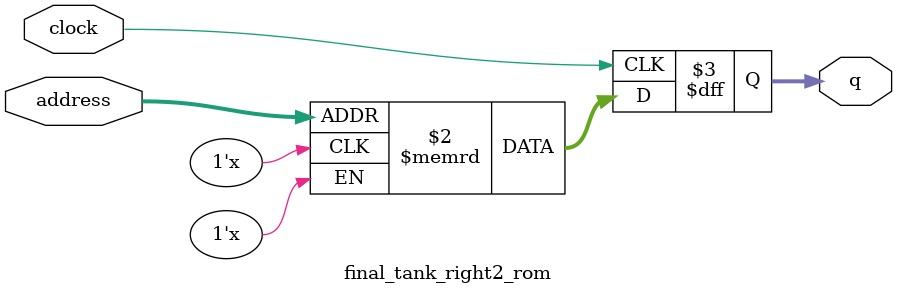
<source format=sv>
module final_tank_right2_rom (
	input logic clock,
	input logic [9:0] address,
	output logic [3:0] q
);

logic [3:0] memory [0:1023] /* synthesis ram_init_file = "./final_tank_right2/final_tank_right2.mif" */;

always_ff @ (posedge clock) begin
	q <= memory[address];
end

endmodule

</source>
